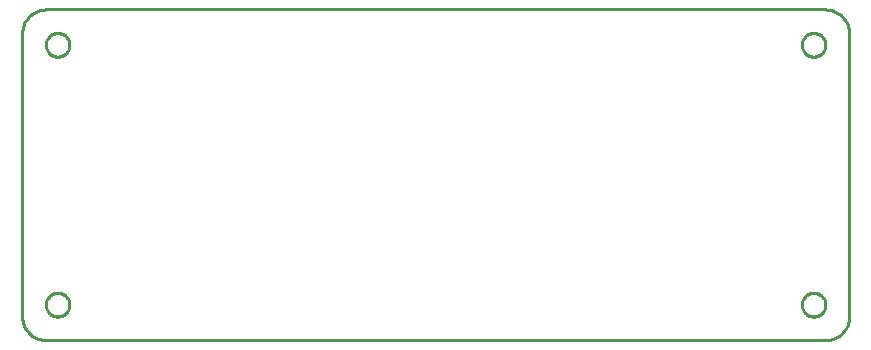
<source format=gbr>
G04 EAGLE Gerber RS-274X export*
G75*
%MOMM*%
%FSLAX34Y34*%
%LPD*%
%IN*%
%IPPOS*%
%AMOC8*
5,1,8,0,0,1.08239X$1,22.5*%
G01*
%ADD10C,0.254000*%


D10*
X0Y20000D02*
X76Y18257D01*
X304Y16527D01*
X681Y14824D01*
X1206Y13160D01*
X1874Y11548D01*
X2680Y10000D01*
X3617Y8528D01*
X4679Y7144D01*
X5858Y5858D01*
X7144Y4679D01*
X8528Y3617D01*
X10000Y2680D01*
X11548Y1874D01*
X13160Y1206D01*
X14824Y681D01*
X16527Y304D01*
X18257Y76D01*
X20000Y0D01*
X680000Y0D01*
X681743Y76D01*
X683473Y304D01*
X685176Y681D01*
X686840Y1206D01*
X688452Y1874D01*
X690000Y2680D01*
X691472Y3617D01*
X692856Y4679D01*
X694142Y5858D01*
X695321Y7144D01*
X696383Y8528D01*
X697321Y10000D01*
X698126Y11548D01*
X698794Y13160D01*
X699319Y14824D01*
X699696Y16527D01*
X699924Y18257D01*
X700000Y20000D01*
X700000Y260000D01*
X699924Y261743D01*
X699696Y263473D01*
X699319Y265176D01*
X698794Y266840D01*
X698126Y268452D01*
X697321Y270000D01*
X696383Y271472D01*
X695321Y272856D01*
X694142Y274142D01*
X692856Y275321D01*
X691472Y276383D01*
X690000Y277321D01*
X688452Y278126D01*
X686840Y278794D01*
X685176Y279319D01*
X683473Y279696D01*
X681743Y279924D01*
X680000Y280000D01*
X20000Y280000D01*
X18257Y279924D01*
X16527Y279696D01*
X14824Y279319D01*
X13160Y278794D01*
X11548Y278126D01*
X10000Y277321D01*
X8528Y276383D01*
X7144Y275321D01*
X5858Y274142D01*
X4679Y272856D01*
X3617Y271472D01*
X2680Y270000D01*
X1874Y268452D01*
X1206Y266840D01*
X681Y265176D01*
X304Y263473D01*
X76Y261743D01*
X0Y260000D01*
X0Y20000D01*
X40000Y249563D02*
X39924Y248694D01*
X39772Y247834D01*
X39546Y246990D01*
X39248Y246170D01*
X38879Y245378D01*
X38442Y244622D01*
X37941Y243907D01*
X37380Y243238D01*
X36762Y242620D01*
X36093Y242059D01*
X35378Y241558D01*
X34622Y241121D01*
X33830Y240752D01*
X33010Y240454D01*
X32166Y240228D01*
X31307Y240076D01*
X30437Y240000D01*
X29563Y240000D01*
X28694Y240076D01*
X27834Y240228D01*
X26990Y240454D01*
X26170Y240752D01*
X25378Y241121D01*
X24622Y241558D01*
X23907Y242059D01*
X23238Y242620D01*
X22620Y243238D01*
X22059Y243907D01*
X21558Y244622D01*
X21121Y245378D01*
X20752Y246170D01*
X20454Y246990D01*
X20228Y247834D01*
X20076Y248694D01*
X20000Y249563D01*
X20000Y250437D01*
X20076Y251307D01*
X20228Y252166D01*
X20454Y253010D01*
X20752Y253830D01*
X21121Y254622D01*
X21558Y255378D01*
X22059Y256093D01*
X22620Y256762D01*
X23238Y257380D01*
X23907Y257941D01*
X24622Y258442D01*
X25378Y258879D01*
X26170Y259248D01*
X26990Y259546D01*
X27834Y259772D01*
X28694Y259924D01*
X29563Y260000D01*
X30437Y260000D01*
X31307Y259924D01*
X32166Y259772D01*
X33010Y259546D01*
X33830Y259248D01*
X34622Y258879D01*
X35378Y258442D01*
X36093Y257941D01*
X36762Y257380D01*
X37380Y256762D01*
X37941Y256093D01*
X38442Y255378D01*
X38879Y254622D01*
X39248Y253830D01*
X39546Y253010D01*
X39772Y252166D01*
X39924Y251307D01*
X40000Y250437D01*
X40000Y249563D01*
X40000Y29563D02*
X39924Y28694D01*
X39772Y27834D01*
X39546Y26990D01*
X39248Y26170D01*
X38879Y25378D01*
X38442Y24622D01*
X37941Y23907D01*
X37380Y23238D01*
X36762Y22620D01*
X36093Y22059D01*
X35378Y21558D01*
X34622Y21121D01*
X33830Y20752D01*
X33010Y20454D01*
X32166Y20228D01*
X31307Y20076D01*
X30437Y20000D01*
X29563Y20000D01*
X28694Y20076D01*
X27834Y20228D01*
X26990Y20454D01*
X26170Y20752D01*
X25378Y21121D01*
X24622Y21558D01*
X23907Y22059D01*
X23238Y22620D01*
X22620Y23238D01*
X22059Y23907D01*
X21558Y24622D01*
X21121Y25378D01*
X20752Y26170D01*
X20454Y26990D01*
X20228Y27834D01*
X20076Y28694D01*
X20000Y29563D01*
X20000Y30437D01*
X20076Y31307D01*
X20228Y32166D01*
X20454Y33010D01*
X20752Y33830D01*
X21121Y34622D01*
X21558Y35378D01*
X22059Y36093D01*
X22620Y36762D01*
X23238Y37380D01*
X23907Y37941D01*
X24622Y38442D01*
X25378Y38879D01*
X26170Y39248D01*
X26990Y39546D01*
X27834Y39772D01*
X28694Y39924D01*
X29563Y40000D01*
X30437Y40000D01*
X31307Y39924D01*
X32166Y39772D01*
X33010Y39546D01*
X33830Y39248D01*
X34622Y38879D01*
X35378Y38442D01*
X36093Y37941D01*
X36762Y37380D01*
X37380Y36762D01*
X37941Y36093D01*
X38442Y35378D01*
X38879Y34622D01*
X39248Y33830D01*
X39546Y33010D01*
X39772Y32166D01*
X39924Y31307D01*
X40000Y30437D01*
X40000Y29563D01*
X680000Y249563D02*
X679924Y248694D01*
X679772Y247834D01*
X679546Y246990D01*
X679248Y246170D01*
X678879Y245378D01*
X678442Y244622D01*
X677941Y243907D01*
X677380Y243238D01*
X676762Y242620D01*
X676093Y242059D01*
X675378Y241558D01*
X674622Y241121D01*
X673830Y240752D01*
X673010Y240454D01*
X672166Y240228D01*
X671307Y240076D01*
X670437Y240000D01*
X669563Y240000D01*
X668694Y240076D01*
X667834Y240228D01*
X666990Y240454D01*
X666170Y240752D01*
X665378Y241121D01*
X664622Y241558D01*
X663907Y242059D01*
X663238Y242620D01*
X662620Y243238D01*
X662059Y243907D01*
X661558Y244622D01*
X661121Y245378D01*
X660752Y246170D01*
X660454Y246990D01*
X660228Y247834D01*
X660076Y248694D01*
X660000Y249563D01*
X660000Y250437D01*
X660076Y251307D01*
X660228Y252166D01*
X660454Y253010D01*
X660752Y253830D01*
X661121Y254622D01*
X661558Y255378D01*
X662059Y256093D01*
X662620Y256762D01*
X663238Y257380D01*
X663907Y257941D01*
X664622Y258442D01*
X665378Y258879D01*
X666170Y259248D01*
X666990Y259546D01*
X667834Y259772D01*
X668694Y259924D01*
X669563Y260000D01*
X670437Y260000D01*
X671307Y259924D01*
X672166Y259772D01*
X673010Y259546D01*
X673830Y259248D01*
X674622Y258879D01*
X675378Y258442D01*
X676093Y257941D01*
X676762Y257380D01*
X677380Y256762D01*
X677941Y256093D01*
X678442Y255378D01*
X678879Y254622D01*
X679248Y253830D01*
X679546Y253010D01*
X679772Y252166D01*
X679924Y251307D01*
X680000Y250437D01*
X680000Y249563D01*
X680000Y29563D02*
X679924Y28694D01*
X679772Y27834D01*
X679546Y26990D01*
X679248Y26170D01*
X678879Y25378D01*
X678442Y24622D01*
X677941Y23907D01*
X677380Y23238D01*
X676762Y22620D01*
X676093Y22059D01*
X675378Y21558D01*
X674622Y21121D01*
X673830Y20752D01*
X673010Y20454D01*
X672166Y20228D01*
X671307Y20076D01*
X670437Y20000D01*
X669563Y20000D01*
X668694Y20076D01*
X667834Y20228D01*
X666990Y20454D01*
X666170Y20752D01*
X665378Y21121D01*
X664622Y21558D01*
X663907Y22059D01*
X663238Y22620D01*
X662620Y23238D01*
X662059Y23907D01*
X661558Y24622D01*
X661121Y25378D01*
X660752Y26170D01*
X660454Y26990D01*
X660228Y27834D01*
X660076Y28694D01*
X660000Y29563D01*
X660000Y30437D01*
X660076Y31307D01*
X660228Y32166D01*
X660454Y33010D01*
X660752Y33830D01*
X661121Y34622D01*
X661558Y35378D01*
X662059Y36093D01*
X662620Y36762D01*
X663238Y37380D01*
X663907Y37941D01*
X664622Y38442D01*
X665378Y38879D01*
X666170Y39248D01*
X666990Y39546D01*
X667834Y39772D01*
X668694Y39924D01*
X669563Y40000D01*
X670437Y40000D01*
X671307Y39924D01*
X672166Y39772D01*
X673010Y39546D01*
X673830Y39248D01*
X674622Y38879D01*
X675378Y38442D01*
X676093Y37941D01*
X676762Y37380D01*
X677380Y36762D01*
X677941Y36093D01*
X678442Y35378D01*
X678879Y34622D01*
X679248Y33830D01*
X679546Y33010D01*
X679772Y32166D01*
X679924Y31307D01*
X680000Y30437D01*
X680000Y29563D01*
M02*

</source>
